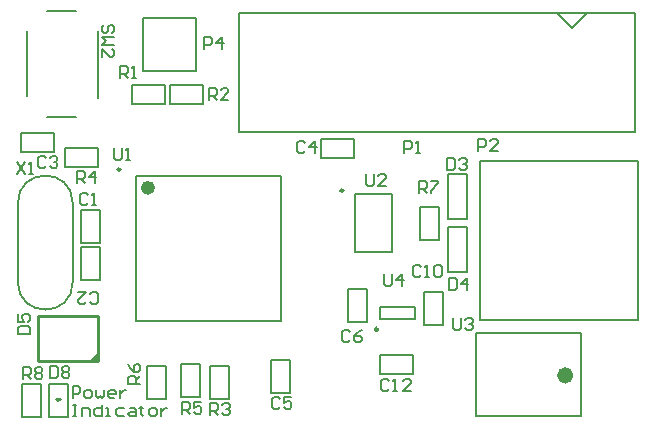
<source format=gto>
G04 Layer_Color=65535*
%FSLAX25Y25*%
%MOIN*%
G70*
G01*
G75*
%ADD21C,0.00984*%
%ADD22C,0.01000*%
%ADD26C,0.02362*%
%ADD34C,0.00787*%
%ADD35C,0.00591*%
D21*
X367571Y290378D02*
G03*
X367571Y290378I-492J0D01*
G01*
X441862Y283347D02*
G03*
X441862Y283347I-492J0D01*
G01*
X453406Y237087D02*
G03*
X453406Y237087I-492J0D01*
G01*
D22*
X516390Y221646D02*
G03*
X516390Y221646I-500J0D01*
G01*
X516890D02*
G03*
X516890Y221646I-1000J0D01*
G01*
X517471D02*
G03*
X517471Y221646I-1581J0D01*
G01*
X518039Y221724D02*
G03*
X518039Y221724I-2236J0D01*
G01*
X340000Y226500D02*
Y240000D01*
Y226500D02*
X360000D01*
Y241500D01*
X340000D02*
X360000D01*
X340000Y238000D02*
Y241500D01*
X357500Y226500D02*
X360000Y229000D01*
Y226500D02*
Y229000D01*
Y226500D02*
Y227500D01*
X359000Y226500D02*
X360000Y227500D01*
X357500Y226500D02*
X359000D01*
X358250D02*
X359000D01*
X360000Y227500D01*
X359000Y226500D02*
X360000Y227500D01*
X358250Y226500D02*
X359000D01*
X358250D02*
Y226750D01*
X359000Y227500D01*
X358750Y227750D02*
X360000D01*
D26*
X377906Y284276D02*
G03*
X377906Y284276I-1181J0D01*
G01*
D34*
X333347Y252811D02*
G03*
X351654Y252811I9154J0D01*
G01*
Y279189D02*
G03*
X333347Y279189I-9154J0D01*
G01*
X372787Y239787D02*
Y288213D01*
X421213Y239787D02*
Y288213D01*
X372787D02*
X421213D01*
X372787Y239787D02*
X421213D01*
X445898Y262854D02*
X458102D01*
X445898Y282146D02*
X458102D01*
Y262854D02*
Y282146D01*
X445898Y262854D02*
Y282146D01*
X407000Y303000D02*
Y342500D01*
Y303000D02*
X539000D01*
Y342500D01*
X407000D02*
X539000D01*
X513000D02*
X518000Y337500D01*
X523000Y342500D01*
X392858Y323043D02*
Y340957D01*
X375142D02*
X392858D01*
X375142Y323043D02*
Y340957D01*
Y323043D02*
X392858D01*
X333347Y252811D02*
Y279189D01*
X351654Y252811D02*
Y279189D01*
X343220Y343165D02*
X352669D01*
X343220Y307732D02*
X352571D01*
X359953Y314327D02*
Y336374D01*
X336331Y314819D02*
Y336374D01*
X540216Y240311D02*
Y293067D01*
X487559Y240311D02*
X540216D01*
X487559D02*
Y293067D01*
X540216D01*
X454193Y244370D02*
X465807D01*
X454193Y240630D02*
X465807D01*
Y244370D01*
X454193Y240630D02*
Y244370D01*
X520921Y208142D02*
Y235898D01*
X486079D02*
X520921D01*
X486079Y208142D02*
Y235898D01*
Y208142D02*
X520921D01*
X334850Y207988D02*
X341150D01*
Y219012D01*
X334850D02*
X341150D01*
X334850Y207988D02*
Y219012D01*
X467350Y266988D02*
X473650D01*
Y278012D01*
X467350D02*
X473650D01*
X467350Y266988D02*
Y278012D01*
X348988Y291350D02*
Y297650D01*
Y291350D02*
X360012D01*
Y297650D01*
X348988D02*
X360012D01*
X397350Y225012D02*
X403650D01*
X397350Y213988D02*
Y225012D01*
Y213988D02*
X403650D01*
Y225012D01*
X383988Y312350D02*
Y318650D01*
Y312350D02*
X395012D01*
Y318650D01*
X383988D02*
X395012D01*
X382512Y312350D02*
Y318650D01*
X371488D02*
X382512D01*
X371488Y312350D02*
Y318650D01*
Y312350D02*
X382512D01*
X343653Y219012D02*
X349953D01*
X343653Y207988D02*
Y219012D01*
Y207988D02*
X349953D01*
Y219012D01*
X346803Y213106D02*
X347590Y213894D01*
X346606D02*
X347590D01*
X346016D02*
X346803Y213106D01*
X346016Y213894D02*
X346606D01*
X476800Y271169D02*
X483200D01*
Y256169D02*
Y271169D01*
X476800Y256169D02*
X483200D01*
X476800D02*
Y271169D01*
Y273831D02*
X483200D01*
X476800D02*
Y288831D01*
X483200D01*
Y273831D02*
Y288831D01*
X453988Y222350D02*
Y228650D01*
Y222350D02*
X465012D01*
Y228650D01*
X453988D02*
X465012D01*
X468850Y238488D02*
X475150D01*
Y249512D01*
X468850D02*
X475150D01*
X468850Y238488D02*
Y249512D01*
X443350Y239488D02*
X449650D01*
Y250512D01*
X443350D02*
X449650D01*
X443350Y239488D02*
Y250512D01*
X417850Y215988D02*
X424150D01*
Y227012D01*
X417850D02*
X424150D01*
X417850Y215988D02*
Y227012D01*
X445512Y294350D02*
Y300650D01*
X434488D02*
X445512D01*
X434488Y294350D02*
Y300650D01*
Y294350D02*
X445512D01*
X334488Y296350D02*
Y302650D01*
Y296350D02*
X345512D01*
Y302650D01*
X334488D02*
X345512D01*
X354350Y253488D02*
X360650D01*
Y264512D01*
X354350D02*
X360650D01*
X354350Y253488D02*
Y264512D01*
Y277012D02*
X360650D01*
X354350Y265988D02*
Y277012D01*
Y265988D02*
X360650D01*
Y277012D01*
X376350Y225012D02*
X382650D01*
X376350Y213988D02*
Y225012D01*
Y213988D02*
X382650D01*
Y225012D01*
X387850Y225512D02*
X394150D01*
X387850Y214488D02*
Y225512D01*
Y214488D02*
X394150D01*
Y225512D01*
X365500Y297436D02*
Y294156D01*
X366156Y293500D01*
X367468D01*
X368124Y294156D01*
Y297436D01*
X369436Y293500D02*
X370748D01*
X370092D01*
Y297436D01*
X369436Y296780D01*
X395500Y330500D02*
Y334436D01*
X397468D01*
X398124Y333780D01*
Y332468D01*
X397468Y331812D01*
X395500D01*
X401404Y330500D02*
Y334436D01*
X399436Y332468D01*
X402060D01*
X333000Y292936D02*
X335624Y289000D01*
Y292936D02*
X333000Y289000D01*
X336936D02*
X338248D01*
X337592D01*
Y292936D01*
X336936Y292280D01*
X364780Y335876D02*
X365436Y336532D01*
Y337844D01*
X364780Y338500D01*
X364124D01*
X363468Y337844D01*
Y336532D01*
X362812Y335876D01*
X362156D01*
X361500Y336532D01*
Y337844D01*
X362156Y338500D01*
X365436Y334564D02*
X361500D01*
X362812Y333252D01*
X361500Y331940D01*
X365436D01*
X361500Y328005D02*
Y330628D01*
X364124Y328005D01*
X364780D01*
X365436Y328661D01*
Y329973D01*
X364780Y330628D01*
X486819Y296689D02*
Y300625D01*
X488787D01*
X489443Y299969D01*
Y298657D01*
X488787Y298001D01*
X486819D01*
X493378Y296689D02*
X490755D01*
X493378Y299313D01*
Y299969D01*
X492723Y300625D01*
X491411D01*
X490755Y299969D01*
X455500Y255436D02*
Y252156D01*
X456156Y251500D01*
X457468D01*
X458124Y252156D01*
Y255436D01*
X461404Y251500D02*
Y255436D01*
X459436Y253468D01*
X462060D01*
X478500Y240936D02*
Y237656D01*
X479156Y237000D01*
X480468D01*
X481124Y237656D01*
Y240936D01*
X482436Y240280D02*
X483092Y240936D01*
X484404D01*
X485060Y240280D01*
Y239624D01*
X484404Y238968D01*
X483748D01*
X484404D01*
X485060Y238312D01*
Y237656D01*
X484404Y237000D01*
X483092D01*
X482436Y237656D01*
X449500Y288936D02*
Y285656D01*
X450156Y285000D01*
X451468D01*
X452124Y285656D01*
Y288936D01*
X456060Y285000D02*
X453436D01*
X456060Y287624D01*
Y288280D01*
X455404Y288936D01*
X454092D01*
X453436Y288280D01*
X335000Y220500D02*
Y224436D01*
X336968D01*
X337624Y223780D01*
Y222468D01*
X336968Y221812D01*
X335000D01*
X336312D02*
X337624Y220500D01*
X338936Y223780D02*
X339592Y224436D01*
X340904D01*
X341560Y223780D01*
Y223124D01*
X340904Y222468D01*
X341560Y221812D01*
Y221156D01*
X340904Y220500D01*
X339592D01*
X338936Y221156D01*
Y221812D01*
X339592Y222468D01*
X338936Y223124D01*
Y223780D01*
X339592Y222468D02*
X340904D01*
X467000Y282500D02*
Y286436D01*
X468968D01*
X469624Y285780D01*
Y284468D01*
X468968Y283812D01*
X467000D01*
X468312D02*
X469624Y282500D01*
X470936Y286436D02*
X473560D01*
Y285780D01*
X470936Y283156D01*
Y282500D01*
X374000Y219000D02*
X370064D01*
Y220968D01*
X370720Y221624D01*
X372032D01*
X372688Y220968D01*
Y219000D01*
Y220312D02*
X374000Y221624D01*
X370064Y225560D02*
X370720Y224248D01*
X372032Y222936D01*
X373344D01*
X374000Y223592D01*
Y224904D01*
X373344Y225560D01*
X372688D01*
X372032Y224904D01*
Y222936D01*
X388000Y209000D02*
Y212936D01*
X389968D01*
X390624Y212280D01*
Y210968D01*
X389968Y210312D01*
X388000D01*
X389312D02*
X390624Y209000D01*
X394560Y212936D02*
X391936D01*
Y210968D01*
X393248Y211624D01*
X393904D01*
X394560Y210968D01*
Y209656D01*
X393904Y209000D01*
X392592D01*
X391936Y209656D01*
X353000Y286000D02*
Y289936D01*
X354968D01*
X355624Y289280D01*
Y287968D01*
X354968Y287312D01*
X353000D01*
X354312D02*
X355624Y286000D01*
X358904D02*
Y289936D01*
X356936Y287968D01*
X359560D01*
X397500Y208500D02*
Y212436D01*
X399468D01*
X400124Y211780D01*
Y210468D01*
X399468Y209812D01*
X397500D01*
X398812D02*
X400124Y208500D01*
X401436Y211780D02*
X402092Y212436D01*
X403404D01*
X404060Y211780D01*
Y211124D01*
X403404Y210468D01*
X402748D01*
X403404D01*
X404060Y209812D01*
Y209156D01*
X403404Y208500D01*
X402092D01*
X401436Y209156D01*
X397000Y313500D02*
Y317436D01*
X398968D01*
X399624Y316780D01*
Y315468D01*
X398968Y314812D01*
X397000D01*
X398312D02*
X399624Y313500D01*
X403560D02*
X400936D01*
X403560Y316124D01*
Y316780D01*
X402904Y317436D01*
X401592D01*
X400936Y316780D01*
X367500Y321000D02*
Y324936D01*
X369468D01*
X370124Y324280D01*
Y322968D01*
X369468Y322312D01*
X367500D01*
X368812D02*
X370124Y321000D01*
X371436D02*
X372748D01*
X372092D01*
Y324936D01*
X371436Y324280D01*
X462000Y296000D02*
Y299936D01*
X463968D01*
X464624Y299280D01*
Y297968D01*
X463968Y297312D01*
X462000D01*
X465936Y296000D02*
X467248D01*
X466592D01*
Y299936D01*
X465936Y299280D01*
X344000Y224936D02*
Y221000D01*
X345968D01*
X346624Y221656D01*
Y224280D01*
X345968Y224936D01*
X344000D01*
X347936Y224280D02*
X348592Y224936D01*
X349904D01*
X350560Y224280D01*
Y223624D01*
X349904Y222968D01*
X350560Y222312D01*
Y221656D01*
X349904Y221000D01*
X348592D01*
X347936Y221656D01*
Y222312D01*
X348592Y222968D01*
X347936Y223624D01*
Y224280D01*
X348592Y222968D02*
X349904D01*
X333564Y235500D02*
X337500D01*
Y237468D01*
X336844Y238124D01*
X334220D01*
X333564Y237468D01*
Y235500D01*
Y242060D02*
Y239436D01*
X335532D01*
X334876Y240748D01*
Y241404D01*
X335532Y242060D01*
X336844D01*
X337500Y241404D01*
Y240092D01*
X336844Y239436D01*
X477000Y254105D02*
Y250169D01*
X478968D01*
X479624Y250825D01*
Y253449D01*
X478968Y254105D01*
X477000D01*
X482904Y250169D02*
Y254105D01*
X480936Y252137D01*
X483560D01*
X476500Y294266D02*
Y290331D01*
X478468D01*
X479124Y290987D01*
Y293611D01*
X478468Y294266D01*
X476500D01*
X480436Y293611D02*
X481092Y294266D01*
X482404D01*
X483060Y293611D01*
Y292954D01*
X482404Y292299D01*
X481748D01*
X482404D01*
X483060Y291643D01*
Y290987D01*
X482404Y290331D01*
X481092D01*
X480436Y290987D01*
X457124Y219780D02*
X456468Y220436D01*
X455156D01*
X454500Y219780D01*
Y217156D01*
X455156Y216500D01*
X456468D01*
X457124Y217156D01*
X458436Y216500D02*
X459748D01*
X459092D01*
Y220436D01*
X458436Y219780D01*
X464339Y216500D02*
X461716D01*
X464339Y219124D01*
Y219780D01*
X463683Y220436D01*
X462371D01*
X461716Y219780D01*
X467624Y257780D02*
X466968Y258436D01*
X465656D01*
X465000Y257780D01*
Y255156D01*
X465656Y254500D01*
X466968D01*
X467624Y255156D01*
X468936Y254500D02*
X470248D01*
X469592D01*
Y258436D01*
X468936Y257780D01*
X472216D02*
X472871Y258436D01*
X474183D01*
X474839Y257780D01*
Y255156D01*
X474183Y254500D01*
X472871D01*
X472216Y255156D01*
Y257780D01*
X444124Y236280D02*
X443468Y236936D01*
X442156D01*
X441500Y236280D01*
Y233656D01*
X442156Y233000D01*
X443468D01*
X444124Y233656D01*
X448060Y236936D02*
X446748Y236280D01*
X445436Y234968D01*
Y233656D01*
X446092Y233000D01*
X447404D01*
X448060Y233656D01*
Y234312D01*
X447404Y234968D01*
X445436D01*
X420624Y213780D02*
X419968Y214436D01*
X418656D01*
X418000Y213780D01*
Y211156D01*
X418656Y210500D01*
X419968D01*
X420624Y211156D01*
X424560Y214436D02*
X421936D01*
Y212468D01*
X423248Y213124D01*
X423904D01*
X424560Y212468D01*
Y211156D01*
X423904Y210500D01*
X422592D01*
X421936Y211156D01*
X429124Y299280D02*
X428468Y299936D01*
X427156D01*
X426500Y299280D01*
Y296656D01*
X427156Y296000D01*
X428468D01*
X429124Y296656D01*
X432404Y296000D02*
Y299936D01*
X430436Y297968D01*
X433060D01*
X342624Y294280D02*
X341968Y294936D01*
X340656D01*
X340000Y294280D01*
Y291656D01*
X340656Y291000D01*
X341968D01*
X342624Y291656D01*
X343936Y294280D02*
X344592Y294936D01*
X345904D01*
X346560Y294280D01*
Y293624D01*
X345904Y292968D01*
X345248D01*
X345904D01*
X346560Y292312D01*
Y291656D01*
X345904Y291000D01*
X344592D01*
X343936Y291656D01*
X357376Y246220D02*
X358032Y245564D01*
X359344D01*
X360000Y246220D01*
Y248844D01*
X359344Y249500D01*
X358032D01*
X357376Y248844D01*
X353440Y249500D02*
X356064D01*
X353440Y246876D01*
Y246220D01*
X354096Y245564D01*
X355408D01*
X356064Y246220D01*
X356624Y281780D02*
X355968Y282436D01*
X354656D01*
X354000Y281780D01*
Y279156D01*
X354656Y278500D01*
X355968D01*
X356624Y279156D01*
X357936Y278500D02*
X359248D01*
X358592D01*
Y282436D01*
X357936Y281780D01*
D35*
X351590Y214231D02*
Y218166D01*
X353558D01*
X354214Y217511D01*
Y216199D01*
X353558Y215543D01*
X351590D01*
X356182Y214231D02*
X357494D01*
X358150Y214887D01*
Y216199D01*
X357494Y216855D01*
X356182D01*
X355526Y216199D01*
Y214887D01*
X356182Y214231D01*
X359462Y216855D02*
Y214887D01*
X360118Y214231D01*
X360774Y214887D01*
X361430Y214231D01*
X362086Y214887D01*
Y216855D01*
X365366Y214231D02*
X364054D01*
X363398Y214887D01*
Y216199D01*
X364054Y216855D01*
X365366D01*
X366022Y216199D01*
Y215543D01*
X363398D01*
X367334Y216855D02*
Y214231D01*
Y215543D01*
X367989Y216199D01*
X368645Y216855D01*
X369301D01*
X351590Y212026D02*
X352902D01*
X352246D01*
Y208090D01*
X351590D01*
X352902D01*
X354870D02*
Y210714D01*
X356838D01*
X357494Y210058D01*
Y208090D01*
X361430Y212026D02*
Y208090D01*
X359462D01*
X358806Y208747D01*
Y210058D01*
X359462Y210714D01*
X361430D01*
X362742Y208090D02*
X364054D01*
X363398D01*
Y210714D01*
X362742D01*
X368645D02*
X366677D01*
X366022Y210058D01*
Y208747D01*
X366677Y208090D01*
X368645D01*
X370613Y210714D02*
X371925D01*
X372581Y210058D01*
Y208090D01*
X370613D01*
X369957Y208747D01*
X370613Y209402D01*
X372581D01*
X374549Y211370D02*
Y210714D01*
X373893D01*
X375205D01*
X374549D01*
Y208747D01*
X375205Y208090D01*
X377829D02*
X379141D01*
X379797Y208747D01*
Y210058D01*
X379141Y210714D01*
X377829D01*
X377173Y210058D01*
Y208747D01*
X377829Y208090D01*
X381109Y210714D02*
Y208090D01*
Y209402D01*
X381765Y210058D01*
X382420Y210714D01*
X383077D01*
M02*

</source>
